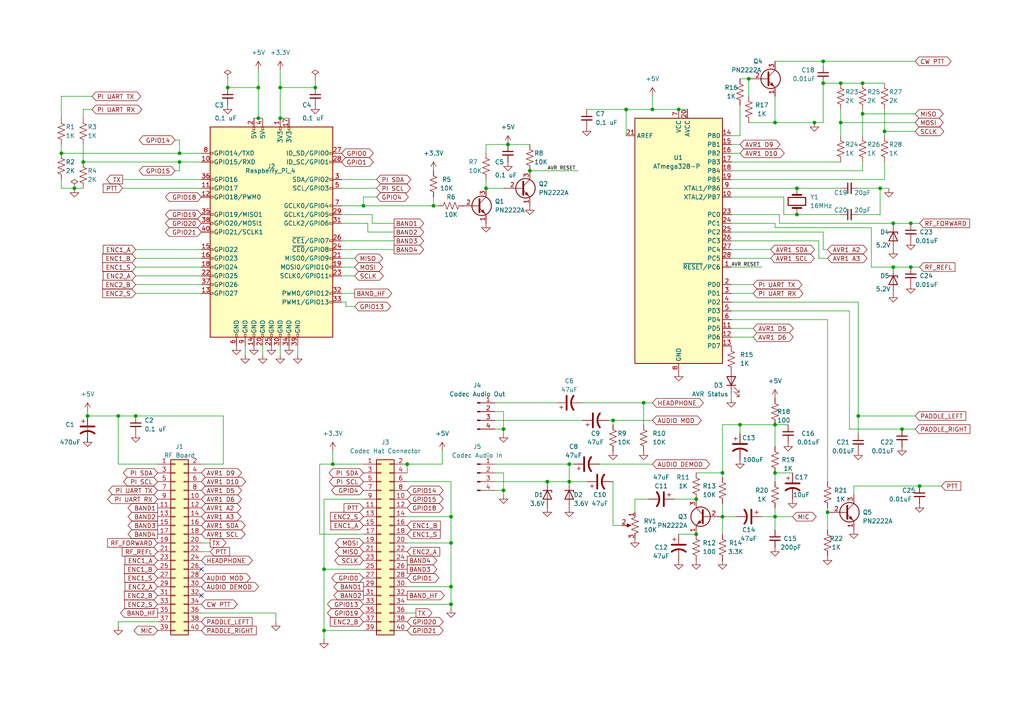
<source format=kicad_sch>
(kicad_sch (version 20230121) (generator eeschema)
  (paper "A4")
  (junction (at 93.98 182.88))
  (junction (at 238.76 24.13))
  (junction (at 250.19 33.02))
  (junction (at 224.79 123.19))
  (junction (at 264.16 64.77))
  (junction (at 256.54 38.1))
  (junction (at 118.11 134.62))
  (junction (at 91.44 25.4))
  (junction (at 130.81 170.18))
  (junction (at 81.28 34.29))
  (junction (at 189.23 31.75))
  (junction (at 243.84 35.56))
  (junction (at 196.85 31.75))
  (junction (at 224.79 149.86))
  (junction (at 259.08 77.47))
  (junction (at 236.22 35.56))
  (junction (at 81.28 25.4))
  (junction (at 264.16 77.47))
  (junction (at 243.84 24.13))
  (junction (at 96.52 134.62))
  (junction (at 125.73 59.69))
  (junction (at 52.07 44.45))
  (junction (at 24.13 46.99))
  (junction (at 39.37 120.65))
  (junction (at 130.81 149.86))
  (junction (at 201.93 144.78))
  (junction (at 261.62 124.46))
  (junction (at 250.19 24.13))
  (junction (at 259.08 64.77))
  (junction (at 153.67 49.53))
  (junction (at 217.17 22.86))
  (junction (at 238.76 17.78))
  (junction (at 255.27 54.61))
  (junction (at 224.79 35.56))
  (junction (at 165.1 139.7))
  (junction (at 209.55 137.16))
  (junction (at 21.59 54.61))
  (junction (at 130.81 157.48))
  (junction (at 158.75 139.7))
  (junction (at 240.03 148.59))
  (junction (at 25.4 120.65))
  (junction (at 181.61 31.75))
  (junction (at 34.29 120.65))
  (junction (at 17.78 44.45))
  (junction (at 147.32 41.91))
  (junction (at 105.41 59.69))
  (junction (at 214.63 123.19))
  (junction (at 177.8 121.92))
  (junction (at 266.7 140.97))
  (junction (at 146.05 142.24))
  (junction (at 52.07 46.99))
  (junction (at 74.93 34.29))
  (junction (at 209.55 149.86))
  (junction (at 146.05 124.46))
  (junction (at 140.97 54.61))
  (junction (at 74.93 25.4))
  (junction (at 130.81 175.26))
  (junction (at 231.14 54.61))
  (junction (at 93.98 165.1))
  (junction (at 248.92 120.65))
  (junction (at 66.04 25.4))
  (junction (at 165.1 134.62))
  (junction (at 186.69 116.84))
  (junction (at 201.93 154.94))
  (junction (at 231.14 62.23))
  (junction (at 224.79 137.16))
  (no_connect (at 58.42 165.1))
  (no_connect (at 58.42 172.72))
  (wire (pts (xy 91.44 22.86) (xy 91.44 25.4)))
  (wire (pts (xy 130.81 157.48) (xy 130.81 170.18)))
  (wire (pts (xy 196.85 154.94) (xy 201.93 154.94)))
  (wire (pts (xy 240.03 147.32) (xy 240.03 148.59)))
  (wire (pts (xy 143.51 124.46) (xy 146.05 124.46)))
  (wire (pts (xy 34.29 134.62) (xy 45.72 134.62)))
  (wire (pts (xy 212.09 64.77) (xy 224.79 64.77)))
  (wire (pts (xy 214.63 123.19) (xy 224.79 123.19)))
  (wire (pts (xy 248.92 120.65) (xy 248.92 125.73)))
  (wire (pts (xy 118.11 139.7) (xy 130.81 139.7)))
  (wire (pts (xy 168.91 116.84) (xy 186.69 116.84)))
  (wire (pts (xy 143.51 121.92) (xy 168.91 121.92)))
  (wire (pts (xy 93.98 182.88) (xy 93.98 185.42)))
  (wire (pts (xy 250.19 31.75) (xy 250.19 33.02)))
  (wire (pts (xy 181.61 31.75) (xy 189.23 31.75)))
  (wire (pts (xy 39.37 80.01) (xy 58.42 80.01)))
  (wire (pts (xy 243.84 35.56) (xy 265.43 35.56)))
  (wire (pts (xy 224.79 137.16) (xy 229.87 137.16)))
  (wire (pts (xy 170.18 31.75) (xy 181.61 31.75)))
  (wire (pts (xy 212.09 49.53) (xy 250.19 49.53)))
  (wire (pts (xy 93.98 165.1) (xy 93.98 182.88)))
  (wire (pts (xy 246.38 124.46) (xy 261.62 124.46)))
  (wire (pts (xy 217.17 22.86) (xy 217.17 27.94)))
  (wire (pts (xy 231.14 62.23) (xy 243.84 62.23)))
  (wire (pts (xy 209.55 123.19) (xy 214.63 123.19)))
  (wire (pts (xy 100.33 87.63) (xy 99.06 87.63)))
  (wire (pts (xy 224.79 147.32) (xy 224.79 149.86)))
  (wire (pts (xy 195.58 144.78) (xy 201.93 144.78)))
  (wire (pts (xy 209.55 146.05) (xy 209.55 149.86)))
  (wire (pts (xy 220.98 149.86) (xy 224.79 149.86)))
  (wire (pts (xy 34.29 120.65) (xy 39.37 120.65)))
  (wire (pts (xy 256.54 38.1) (xy 256.54 39.37)))
  (wire (pts (xy 86.36 100.33) (xy 86.36 102.87)))
  (wire (pts (xy 93.98 144.78) (xy 93.98 165.1)))
  (wire (pts (xy 105.41 57.15) (xy 105.41 59.69)))
  (wire (pts (xy 240.03 92.71) (xy 240.03 139.7)))
  (wire (pts (xy 45.72 180.34) (xy 34.29 180.34)))
  (wire (pts (xy 226.06 64.77) (xy 259.08 64.77)))
  (wire (pts (xy 264.16 64.77) (xy 266.7 64.77)))
  (wire (pts (xy 99.06 54.61) (xy 109.22 54.61)))
  (wire (pts (xy 261.62 124.46) (xy 265.43 124.46)))
  (wire (pts (xy 224.79 137.16) (xy 224.79 139.7)))
  (wire (pts (xy 81.28 20.32) (xy 81.28 25.4)))
  (wire (pts (xy 238.76 67.31) (xy 238.76 72.39)))
  (wire (pts (xy 39.37 82.55) (xy 58.42 82.55)))
  (wire (pts (xy 252.73 77.47) (xy 259.08 77.47)))
  (wire (pts (xy 105.41 59.69) (xy 125.73 59.69)))
  (wire (pts (xy 212.09 72.39) (xy 223.52 72.39)))
  (wire (pts (xy 105.41 154.94) (xy 92.71 154.94)))
  (wire (pts (xy 17.78 41.91) (xy 17.78 44.45)))
  (wire (pts (xy 118.11 175.26) (xy 130.81 175.26)))
  (wire (pts (xy 214.63 123.19) (xy 214.63 125.73)))
  (wire (pts (xy 99.06 64.77) (xy 106.68 64.77)))
  (wire (pts (xy 125.73 59.69) (xy 127 59.69)))
  (wire (pts (xy 250.19 49.53) (xy 250.19 46.99)))
  (wire (pts (xy 118.11 170.18) (xy 130.81 170.18)))
  (wire (pts (xy 17.78 52.07) (xy 17.78 54.61)))
  (wire (pts (xy 248.92 87.63) (xy 212.09 87.63)))
  (wire (pts (xy 212.09 90.17) (xy 246.38 90.17)))
  (wire (pts (xy 238.76 17.78) (xy 238.76 19.05)))
  (wire (pts (xy 128.27 134.62) (xy 118.11 134.62)))
  (wire (pts (xy 146.05 124.46) (xy 146.05 125.73)))
  (wire (pts (xy 196.85 31.75) (xy 199.39 31.75)))
  (wire (pts (xy 26.67 27.94) (xy 17.78 27.94)))
  (wire (pts (xy 25.4 119.38) (xy 25.4 120.65)))
  (wire (pts (xy 165.1 134.62) (xy 165.1 139.7)))
  (wire (pts (xy 189.23 31.75) (xy 196.85 31.75)))
  (wire (pts (xy 24.13 41.91) (xy 24.13 46.99)))
  (wire (pts (xy 246.38 90.17) (xy 246.38 124.46)))
  (wire (pts (xy 247.65 140.97) (xy 247.65 143.51)))
  (wire (pts (xy 106.68 64.77) (xy 106.68 67.31)))
  (wire (pts (xy 212.09 85.09) (xy 218.44 85.09)))
  (wire (pts (xy 92.71 134.62) (xy 92.71 154.94)))
  (wire (pts (xy 227.33 57.15) (xy 227.33 62.23)))
  (wire (pts (xy 181.61 39.37) (xy 181.61 31.75)))
  (wire (pts (xy 130.81 149.86) (xy 130.81 157.48)))
  (wire (pts (xy 184.15 144.78) (xy 184.15 148.59)))
  (wire (pts (xy 187.96 144.78) (xy 184.15 144.78)))
  (wire (pts (xy 66.04 22.86) (xy 66.04 25.4)))
  (wire (pts (xy 177.8 121.92) (xy 189.23 121.92)))
  (wire (pts (xy 186.69 116.84) (xy 189.23 116.84)))
  (wire (pts (xy 106.68 67.31) (xy 114.3 67.31)))
  (wire (pts (xy 237.49 69.85) (xy 237.49 74.93)))
  (wire (pts (xy 102.87 88.9) (xy 100.33 88.9)))
  (wire (pts (xy 71.12 100.33) (xy 71.12 102.87)))
  (wire (pts (xy 74.93 34.29) (xy 76.2 34.29)))
  (wire (pts (xy 50.8 40.64) (xy 52.07 40.64)))
  (wire (pts (xy 255.27 62.23) (xy 248.92 62.23)))
  (wire (pts (xy 74.93 25.4) (xy 74.93 34.29)))
  (wire (pts (xy 255.27 54.61) (xy 257.81 54.61)))
  (wire (pts (xy 143.51 116.84) (xy 161.29 116.84)))
  (wire (pts (xy 238.76 72.39) (xy 240.03 72.39)))
  (wire (pts (xy 238.76 35.56) (xy 236.22 35.56)))
  (wire (pts (xy 125.73 57.15) (xy 125.73 59.69)))
  (wire (pts (xy 224.79 17.78) (xy 238.76 17.78)))
  (wire (pts (xy 52.07 49.53) (xy 52.07 46.99)))
  (wire (pts (xy 212.09 92.71) (xy 240.03 92.71)))
  (wire (pts (xy 118.11 134.62) (xy 118.11 137.16)))
  (wire (pts (xy 99.06 52.07) (xy 109.22 52.07)))
  (wire (pts (xy 252.73 66.04) (xy 252.73 77.47)))
  (wire (pts (xy 52.07 44.45) (xy 58.42 44.45)))
  (wire (pts (xy 140.97 41.91) (xy 140.97 44.45)))
  (wire (pts (xy 243.84 24.13) (xy 250.19 24.13)))
  (wire (pts (xy 214.63 22.86) (xy 217.17 22.86)))
  (wire (pts (xy 165.1 134.62) (xy 166.37 134.62)))
  (wire (pts (xy 52.07 40.64) (xy 52.07 44.45)))
  (wire (pts (xy 212.09 114.3) (xy 212.09 115.57)))
  (wire (pts (xy 99.06 69.85) (xy 114.3 69.85)))
  (wire (pts (xy 99.06 59.69) (xy 105.41 59.69)))
  (wire (pts (xy 58.42 177.8) (xy 80.01 177.8)))
  (wire (pts (xy 99.06 72.39) (xy 114.3 72.39)))
  (wire (pts (xy 266.7 140.97) (xy 247.65 140.97)))
  (wire (pts (xy 250.19 24.13) (xy 256.54 24.13)))
  (wire (pts (xy 140.97 54.61) (xy 146.05 54.61)))
  (wire (pts (xy 60.96 157.48) (xy 58.42 157.48)))
  (wire (pts (xy 118.11 177.8) (xy 120.65 177.8)))
  (wire (pts (xy 39.37 74.93) (xy 58.42 74.93)))
  (wire (pts (xy 76.2 100.33) (xy 76.2 102.87)))
  (wire (pts (xy 140.97 52.07) (xy 140.97 54.61)))
  (wire (pts (xy 224.79 123.19) (xy 224.79 129.54)))
  (wire (pts (xy 176.53 121.92) (xy 177.8 121.92)))
  (wire (pts (xy 73.66 34.29) (xy 74.93 34.29)))
  (wire (pts (xy 143.51 119.38) (xy 146.05 119.38)))
  (wire (pts (xy 21.59 54.61) (xy 24.13 54.61)))
  (wire (pts (xy 243.84 31.75) (xy 243.84 35.56)))
  (wire (pts (xy 212.09 46.99) (xy 243.84 46.99)))
  (wire (pts (xy 212.09 95.25) (xy 218.44 95.25)))
  (wire (pts (xy 201.93 137.16) (xy 209.55 137.16)))
  (wire (pts (xy 52.07 46.99) (xy 58.42 46.99)))
  (wire (pts (xy 212.09 39.37) (xy 214.63 39.37)))
  (wire (pts (xy 128.27 130.81) (xy 128.27 134.62)))
  (wire (pts (xy 100.33 88.9) (xy 100.33 87.63)))
  (wire (pts (xy 50.8 49.53) (xy 52.07 49.53)))
  (wire (pts (xy 224.79 64.77) (xy 224.79 66.04)))
  (wire (pts (xy 227.33 62.23) (xy 231.14 62.23)))
  (wire (pts (xy 231.14 54.61) (xy 243.84 54.61)))
  (wire (pts (xy 81.28 25.4) (xy 81.28 34.29)))
  (wire (pts (xy 34.29 180.34) (xy 34.29 181.61)))
  (wire (pts (xy 259.08 77.47) (xy 264.16 77.47)))
  (wire (pts (xy 256.54 31.75) (xy 256.54 38.1)))
  (wire (pts (xy 266.7 140.97) (xy 273.05 140.97)))
  (wire (pts (xy 35.56 54.61) (xy 58.42 54.61)))
  (wire (pts (xy 39.37 77.47) (xy 58.42 77.47)))
  (wire (pts (xy 212.09 41.91) (xy 214.63 41.91)))
  (wire (pts (xy 212.09 54.61) (xy 231.14 54.61)))
  (wire (pts (xy 248.92 120.65) (xy 248.92 87.63)))
  (wire (pts (xy 143.51 139.7) (xy 158.75 139.7)))
  (wire (pts (xy 236.22 35.56) (xy 224.79 35.56)))
  (wire (pts (xy 143.51 137.16) (xy 146.05 137.16)))
  (wire (pts (xy 212.09 69.85) (xy 237.49 69.85)))
  (wire (pts (xy 224.79 66.04) (xy 252.73 66.04)))
  (wire (pts (xy 64.77 120.65) (xy 64.77 134.62)))
  (wire (pts (xy 214.63 30.48) (xy 214.63 39.37)))
  (wire (pts (xy 99.06 62.23) (xy 107.95 62.23)))
  (wire (pts (xy 212.09 74.93) (xy 223.52 74.93)))
  (wire (pts (xy 255.27 62.23) (xy 255.27 54.61)))
  (wire (pts (xy 92.71 134.62) (xy 96.52 134.62)))
  (wire (pts (xy 212.09 52.07) (xy 256.54 52.07)))
  (wire (pts (xy 173.99 134.62) (xy 189.23 134.62)))
  (wire (pts (xy 105.41 144.78) (xy 93.98 144.78)))
  (wire (pts (xy 74.93 20.32) (xy 74.93 25.4)))
  (wire (pts (xy 96.52 134.62) (xy 105.41 134.62)))
  (wire (pts (xy 147.32 41.91) (xy 140.97 41.91)))
  (wire (pts (xy 209.55 149.86) (xy 213.36 149.86)))
  (wire (pts (xy 158.75 139.7) (xy 165.1 139.7)))
  (wire (pts (xy 80.01 177.8) (xy 80.01 180.34)))
  (wire (pts (xy 238.76 17.78) (xy 265.43 17.78)))
  (wire (pts (xy 265.43 120.65) (xy 248.92 120.65)))
  (wire (pts (xy 224.79 35.56) (xy 217.17 35.56)))
  (wire (pts (xy 39.37 72.39) (xy 58.42 72.39)))
  (wire (pts (xy 146.05 119.38) (xy 146.05 124.46)))
  (wire (pts (xy 212.09 82.55) (xy 218.44 82.55)))
  (wire (pts (xy 248.92 54.61) (xy 255.27 54.61)))
  (wire (pts (xy 212.09 97.79) (xy 218.44 97.79)))
  (wire (pts (xy 146.05 137.16) (xy 146.05 142.24)))
  (wire (pts (xy 64.77 134.62) (xy 58.42 134.62)))
  (wire (pts (xy 35.56 52.07) (xy 58.42 52.07)))
  (wire (pts (xy 25.4 127) (xy 25.4 128.27)))
  (wire (pts (xy 243.84 24.13) (xy 238.76 24.13)))
  (wire (pts (xy 143.51 142.24) (xy 146.05 142.24)))
  (wire (pts (xy 153.67 41.91) (xy 147.32 41.91)))
  (wire (pts (xy 209.55 138.43) (xy 209.55 137.16)))
  (wire (pts (xy 224.79 149.86) (xy 229.87 149.86)))
  (wire (pts (xy 93.98 182.88) (xy 105.41 182.88)))
  (wire (pts (xy 99.06 74.93) (xy 102.87 74.93)))
  (wire (pts (xy 177.8 121.92) (xy 177.8 123.19)))
  (wire (pts (xy 224.79 27.94) (xy 224.79 35.56)))
  (wire (pts (xy 34.29 134.62) (xy 34.29 120.65)))
  (wire (pts (xy 26.67 31.75) (xy 24.13 31.75)))
  (wire (pts (xy 24.13 31.75) (xy 24.13 34.29)))
  (wire (pts (xy 237.49 74.93) (xy 240.03 74.93)))
  (wire (pts (xy 99.06 80.01) (xy 102.87 80.01)))
  (wire (pts (xy 130.81 170.18) (xy 130.81 175.26)))
  (wire (pts (xy 81.28 34.29) (xy 83.82 34.29)))
  (wire (pts (xy 212.09 62.23) (xy 226.06 62.23)))
  (wire (pts (xy 99.06 77.47) (xy 102.87 77.47)))
  (wire (pts (xy 17.78 27.94) (xy 17.78 34.29)))
  (wire (pts (xy 186.69 116.84) (xy 186.69 123.19)))
  (wire (pts (xy 130.81 175.26) (xy 130.81 176.53)))
  (wire (pts (xy 99.06 85.09) (xy 102.87 85.09)))
  (wire (pts (xy 96.52 130.81) (xy 96.52 134.62)))
  (wire (pts (xy 134.62 59.69) (xy 133.35 59.69)))
  (wire (pts (xy 189.23 27.94) (xy 189.23 31.75)))
  (wire (pts (xy 153.67 49.53) (xy 167.64 49.53)))
  (wire (pts (xy 146.05 142.24) (xy 146.05 143.51)))
  (wire (pts (xy 238.76 24.13) (xy 238.76 35.56)))
  (wire (pts (xy 177.8 152.4) (xy 180.34 152.4)))
  (wire (pts (xy 250.19 33.02) (xy 265.43 33.02)))
  (wire (pts (xy 165.1 139.7) (xy 170.18 139.7)))
  (wire (pts (xy 24.13 46.99) (xy 52.07 46.99)))
  (wire (pts (xy 109.22 57.15) (xy 105.41 57.15)))
  (wire (pts (xy 81.28 100.33) (xy 81.28 102.87)))
  (wire (pts (xy 118.11 149.86) (xy 130.81 149.86)))
  (wire (pts (xy 58.42 160.02) (xy 60.96 160.02)))
  (wire (pts (xy 25.4 120.65) (xy 34.29 120.65)))
  (wire (pts (xy 93.98 165.1) (xy 105.41 165.1)))
  (wire (pts (xy 130.81 139.7) (xy 130.81 149.86)))
  (wire (pts (xy 240.03 148.59) (xy 240.03 153.67)))
  (wire (pts (xy 25.4 125.73) (xy 25.4 120.65)))
  (wire (pts (xy 212.09 57.15) (xy 227.33 57.15)))
  (wire (pts (xy 212.09 107.95) (xy 212.09 106.68)))
  (wire (pts (xy 224.79 149.86) (xy 224.79 153.67)))
  (wire (pts (xy 107.95 64.77) (xy 114.3 64.77)))
  (wire (pts (xy 107.95 62.23) (xy 107.95 64.77)))
  (wire (pts (xy 177.8 139.7) (xy 177.8 152.4)))
  (wire (pts (xy 39.37 85.09) (xy 58.42 85.09)))
  (wire (pts (xy 81.28 25.4) (xy 91.44 25.4)))
  (wire (pts (xy 226.06 62.23) (xy 226.06 64.77)))
  (wire (pts (xy 39.37 120.65) (xy 64.77 120.65)))
  (wire (pts (xy 212.09 44.45) (xy 214.63 44.45)))
  (wire (pts (xy 224.79 123.19) (xy 228.6 123.19)))
  (wire (pts (xy 143.51 134.62) (xy 165.1 134.62)))
  (wire (pts (xy 66.04 25.4) (xy 74.93 25.4)))
  (wire (pts (xy 118.11 157.48) (xy 130.81 157.48)))
  (wire (pts (xy 264.16 77.47) (xy 266.7 77.47)))
  (wire (pts (xy 17.78 44.45) (xy 52.07 44.45)))
  (wire (pts (xy 259.08 64.77) (xy 264.16 64.77)))
  (wire (pts (xy 17.78 54.61) (xy 21.59 54.61)))
  (wire (pts (xy 250.19 33.02) (xy 250.19 39.37)))
  (wire (pts (xy 212.09 67.31) (xy 238.76 67.31)))
  (wire (pts (xy 243.84 35.56) (xy 243.84 39.37)))
  (wire (pts (xy 209.55 149.86) (xy 209.55 154.94)))
  (wire (pts (xy 256.54 52.07) (xy 256.54 46.99)))
  (wire (pts (xy 256.54 38.1) (xy 265.43 38.1)))
  (wire (pts (xy 212.09 77.47) (xy 220.98 77.47)))
  (wire (pts (xy 209.55 137.16) (xy 209.55 123.19)))
  (label "AVR RESET" (at 158.75 49.53 0) (effects (font (size 1 1))))
  (label "AVR RESET" (at 212.09 77.47 0) (effects (font (size 1 1))))
  (global_label "PTT" (shape input) (at 35.56 54.61 180) (property "Intersheetrefs" "${INTERSHEET_REFS}" (effects hide)))
  (global_label "PI SDA" (shape bidirectional) (at 109.22 52.07 0) (property "Intersheetrefs" "${INTERSHEET_REFS}" (effects hide)))
  (global_label "AUDIO DEMOD" (shape bidirectional) (at 58.42 170.18 0) (property "Intersheetrefs" "${INTERSHEET_REFS}" (effects hide)))
  (global_label "PADDLE_LEFT" (shape input) (at 58.42 180.34 0) (property "Intersheetrefs" "${INTERSHEET_REFS}" (effects hide)))
  (global_label "GPIO15" (shape bidirectional) (at 50.8 49.53 180) (property "Intersheetrefs" "${INTERSHEET_REFS}" (effects hide)))
  (global_label "GPIO13" (shape bidirectional) (at 105.41 175.26 180) (property "Intersheetrefs" "${INTERSHEET_REFS}" (effects hide)))
  (global_label "BAND2" (shape output) (at 105.41 172.72 180) (property "Intersheetrefs" "${INTERSHEET_REFS}" (effects hide)))
  (global_label "BAND1" (shape output) (at 45.72 147.32 180) (property "Intersheetrefs" "${INTERSHEET_REFS}" (effects hide)))
  (global_label "TX" (shape output) (at 120.65 177.8 0) (property "Intersheetrefs" "${INTERSHEET_REFS}" (effects hide)))
  (global_label "GPIO4" (shape bidirectional) (at 109.22 57.15 0) (property "Intersheetrefs" "${INTERSHEET_REFS}" (effects hide)))
  (global_label "PI SCL" (shape bidirectional) (at 45.72 139.7 180) (property "Intersheetrefs" "${INTERSHEET_REFS}" (effects hide)))
  (global_label "GPIO4" (shape bidirectional) (at 105.41 142.24 180) (property "Intersheetrefs" "${INTERSHEET_REFS}" (effects hide)))
  (global_label "PTT" (shape input) (at 105.41 147.32 180) (property "Intersheetrefs" "${INTERSHEET_REFS}" (effects hide)))
  (global_label "ENC2_S" (shape input) (at 39.37 85.09 180) (property "Intersheetrefs" "${INTERSHEET_REFS}" (effects hide)))
  (global_label "SCLK" (shape bidirectional) (at 102.87 80.01 0) (property "Intersheetrefs" "${INTERSHEET_REFS}" (effects hide)))
  (global_label "BAND_HF" (shape output) (at 45.72 177.8 180) (property "Intersheetrefs" "${INTERSHEET_REFS}" (effects hide)))
  (global_label "ENC2_A" (shape input) (at 45.72 170.18 180) (property "Intersheetrefs" "${INTERSHEET_REFS}" (effects hide)))
  (global_label "MIC" (shape bidirectional) (at 229.87 149.86 0) (property "Intersheetrefs" "${INTERSHEET_REFS}" (effects hide)))
  (global_label "ENC1_A" (shape input) (at 39.37 72.39 180) (property "Intersheetrefs" "${INTERSHEET_REFS}" (effects hide)))
  (global_label "PTT" (shape input) (at 60.96 160.02 0) (property "Intersheetrefs" "${INTERSHEET_REFS}" (effects hide)))
  (global_label "ENC1_A" (shape input) (at 45.72 162.56 180) (property "Intersheetrefs" "${INTERSHEET_REFS}" (effects hide)))
  (global_label "AVR1 D10" (shape bidirectional) (at 58.42 139.7 0) (property "Intersheetrefs" "${INTERSHEET_REFS}" (effects hide)))
  (global_label "AVR1 A3" (shape bidirectional) (at 240.03 74.93 0) (property "Intersheetrefs" "${INTERSHEET_REFS}" (effects hide)))
  (global_label "ENC1_B" (shape input) (at 39.37 74.93 180) (property "Intersheetrefs" "${INTERSHEET_REFS}" (effects hide)))
  (global_label "RF_REFL" (shape input) (at 266.7 77.47 0) (property "Intersheetrefs" "${INTERSHEET_REFS}" (effects hide)))
  (global_label "GPIO20" (shape bidirectional) (at 118.11 180.34 0) (property "Intersheetrefs" "${INTERSHEET_REFS}" (effects hide)))
  (global_label "BAND_HF" (shape output) (at 102.87 85.09 0) (property "Intersheetrefs" "${INTERSHEET_REFS}" (effects hide)))
  (global_label "PI SCL" (shape bidirectional) (at 109.22 54.61 0) (property "Intersheetrefs" "${INTERSHEET_REFS}" (effects hide)))
  (global_label "AVR1 D9" (shape bidirectional) (at 58.42 137.16 0) (property "Intersheetrefs" "${INTERSHEET_REFS}" (effects hide)))
  (global_label "BAND3" (shape output) (at 114.3 69.85 0) (property "Intersheetrefs" "${INTERSHEET_REFS}" (effects hide)))
  (global_label "GPIO15" (shape bidirectional) (at 118.11 144.78 0) (property "Intersheetrefs" "${INTERSHEET_REFS}" (effects hide)))
  (global_label "MISO" (shape bidirectional) (at 105.41 160.02 180) (property "Intersheetrefs" "${INTERSHEET_REFS}" (effects hide)))
  (global_label "AUDIO DEMOD" (shape bidirectional) (at 189.23 134.62 0) (property "Intersheetrefs" "${INTERSHEET_REFS}" (effects hide)))
  (global_label "RF_FORWARD" (shape input) (at 45.72 157.48 180) (property "Intersheetrefs" "${INTERSHEET_REFS}" (effects hide)))
  (global_label "HEADPHONE" (shape bidirectional) (at 58.42 162.56 0) (property "Intersheetrefs" "${INTERSHEET_REFS}" (effects hide)))
  (global_label "ENC2_B" (shape input) (at 105.41 180.34 180) (property "Intersheetrefs" "${INTERSHEET_REFS}" (effects hide)))
  (global_label "ENC1_S" (shape input) (at 45.72 167.64 180) (property "Intersheetrefs" "${INTERSHEET_REFS}" (effects hide)))
  (global_label "ENC2_A" (shape input) (at 118.11 160.02 0) (property "Intersheetrefs" "${INTERSHEET_REFS}" (effects hide)))
  (global_label "GPIO19" (shape bidirectional) (at 105.41 177.8 180) (property "Intersheetrefs" "${INTERSHEET_REFS}" (effects hide)))
  (global_label "GPIO21" (shape bidirectional) (at 58.42 67.31 180) (property "Intersheetrefs" "${INTERSHEET_REFS}" (effects hide)))
  (global_label "GPIO14" (shape bidirectional) (at 118.11 142.24 0) (property "Intersheetrefs" "${INTERSHEET_REFS}" (effects hide)))
  (global_label "PI UART RX" (shape bidirectional) (at 218.44 85.09 0) (property "Intersheetrefs" "${INTERSHEET_REFS}" (effects hide)))
  (global_label "ENC1_B" (shape input) (at 118.11 152.4 0) (property "Intersheetrefs" "${INTERSHEET_REFS}" (effects hide)))
  (global_label "BAND1" (shape output) (at 105.41 170.18 180) (property "Intersheetrefs" "${INTERSHEET_REFS}" (effects hide)))
  (global_label "GPIO13" (shape bidirectional) (at 102.87 88.9 0) (property "Intersheetrefs" "${INTERSHEET_REFS}" (effects hide)))
  (global_label "GPIO14" (shape bidirectional) (at 50.8 40.64 180) (property "Intersheetrefs" "${INTERSHEET_REFS}" (effects hide)))
  (global_label "ENC2_A" (shape input) (at 39.37 80.01 180) (property "Intersheetrefs" "${INTERSHEET_REFS}" (effects hide)))
  (global_label "PI UART TX" (shape bidirectional) (at 218.44 82.55 0) (property "Intersheetrefs" "${INTERSHEET_REFS}" (effects hide)))
  (global_label "TX" (shape output) (at 35.56 52.07 180) (property "Intersheetrefs" "${INTERSHEET_REFS}" (effects hide)))
  (global_label "PADDLE_RIGHT" (shape input) (at 265.43 124.46 0) (property "Intersheetrefs" "${INTERSHEET_REFS}" (effects hide)))
  (global_label "BAND2" (shape output) (at 114.3 67.31 0) (property "Intersheetrefs" "${INTERSHEET_REFS}" (effects hide)))
  (global_label "PI SDA" (shape bidirectional) (at 45.72 137.16 180) (property "Intersheetrefs" "${INTERSHEET_REFS}" (effects hide)))
  (global_label "CW PTT" (shape bidirectional) (at 58.42 175.26 0) (property "Intersheetrefs" "${INTERSHEET_REFS}" (effects hide)))
  (global_label "HEADPHONE" (shape bidirectional) (at 189.23 116.84 0) (property "Intersheetrefs" "${INTERSHEET_REFS}" (effects hide)))
  (global_label "BAND4" (shape output) (at 118.11 162.56 0) (property "Intersheetrefs" "${INTERSHEET_REFS}" (effects hide)))
  (global_label "AVR1 SDA" (shape bidirectional) (at 223.52 72.39 0) (property "Intersheetrefs" "${INTERSHEET_REFS}" (effects hide)))
  (global_label "ENC1_A" (shape input) (at 105.41 152.4 180) (property "Intersheetrefs" "${INTERSHEET_REFS}" (effects hide)))
  (global_label "SCLK" (shape bidirectional) (at 265.43 38.1 0) (property "Intersheetrefs" "${INTERSHEET_REFS}" (effects hide)))
  (global_label "ENC2_S" (shape input) (at 105.41 149.86 180) (property "Intersheetrefs" "${INTERSHEET_REFS}" (effects hide)))
  (global_label "PI UART RX" (shape bidirectional) (at 26.67 31.75 0) (property "Intersheetrefs" "${INTERSHEET_REFS}" (effects hide)))
  (global_label "TX" (shape output) (at 60.96 157.48 0) (property "Intersheetrefs" "${INTERSHEET_REFS}" (effects hide)))
  (global_label "BAND3" (shape output) (at 45.72 152.4 180) (property "Intersheetrefs" "${INTERSHEET_REFS}" (effects hide)))
  (global_label "ENC1_B" (shape input) (at 45.72 165.1 180) (property "Intersheetrefs" "${INTERSHEET_REFS}" (effects hide)))
  (global_label "ENC2_B" (shape input) (at 45.72 172.72 180) (property "Intersheetrefs" "${INTERSHEET_REFS}" (effects hide)))
  (global_label "AVR1 D5" (shape bidirectional) (at 58.42 142.24 0) (property "Intersheetrefs" "${INTERSHEET_REFS}" (effects hide)))
  (global_label "PADDLE_LEFT" (shape input) (at 265.43 120.65 0) (property "Intersheetrefs" "${INTERSHEET_REFS}" (effects hide)))
  (global_label "PADDLE_RIGHT" (shape input) (at 58.42 182.88 0) (property "Intersheetrefs" "${INTERSHEET_REFS}" (effects hide)))
  (global_label "BAND1" (shape output) (at 114.3 64.77 0) (property "Intersheetrefs" "${INTERSHEET_REFS}" (effects hide)))
  (global_label "GPIO18" (shape bidirectional) (at 58.42 57.15 180) (property "Intersheetrefs" "${INTERSHEET_REFS}" (effects hide)))
  (global_label "AVR1 SDA" (shape bidirectional) (at 58.42 152.4 0) (property "Intersheetrefs" "${INTERSHEET_REFS}" (effects hide)))
  (global_label "RF_FORWARD" (shape input) (at 266.7 64.77 0) (property "Intersheetrefs" "${INTERSHEET_REFS}" (effects hide)))
  (global_label "AUDIO MOD" (shape bidirectional) (at 189.23 121.92 0) (property "Intersheetrefs" "${INTERSHEET_REFS}" (effects hide)))
  (global_label "RF_REFL" (shape input) (at 45.72 160.02 180) (property "Intersheetrefs" "${INTERSHEET_REFS}" (effects hide)))
  (global_label "PTT" (shape input) (at 273.05 140.97 0) (property "Intersheetrefs" "${INTERSHEET_REFS}" (effects hide)))
  (global_label "SCLK" (shape bidirectional) (at 105.41 162.56 180) (property "Intersheetrefs" "${INTERSHEET_REFS}" (effects hide)))
  (global_label "MISO" (shape bidirectional) (at 102.87 74.93 0) (property "Intersheetrefs" "${INTERSHEET_REFS}" (effects hide)))
  (global_label "GPIO19" (shape bidirectional) (at 58.42 62.23 180) (property "Intersheetrefs" "${INTERSHEET_REFS}" (effects hide)))
  (global_label "GPIO18" (shape bidirectional) (at 118.11 147.32 0) (property "Intersheetrefs" "${INTERSHEET_REFS}" (effects hide)))
  (global_label "MISO" (shape bidirectional) (at 265.43 33.02 0) (property "Intersheetrefs" "${INTERSHEET_REFS}" (effects hide)))
  (global_label "GPIO0" (shape bidirectional) (at 99.06 44.45 0) (property "Intersheetrefs" "${INTERSHEET_REFS}" (effects hide)))
  (global_label "PI SCL" (shape bidirectional) (at 105.41 139.7 180) (property "Intersheetrefs" "${INTERSHEET_REFS}" (effects hide)))
  (global_label "MIC" (shape bidirectional) (at 45.72 182.88 180) (property "Intersheetrefs" "${INTERSHEET_REFS}" (effects hide)))
  (global_label "BAND2" (shape output) (at 45.72 149.86 180) (property "Intersheetrefs" "${INTERSHEET_REFS}" (effects hide)))
  (global_label "AVR1 SCL" (shape bidirectional) (at 223.52 74.93 0) (property "Intersheetrefs" "${INTERSHEET_REFS}" (effects hide)))
  (global_label "PI UART TX" (shape bidirectional) (at 45.72 142.24 180) (property "Intersheetrefs" "${INTERSHEET_REFS}" (effects hide)))
  (global_label "CW PTT" (shape bidirectional) (at 265.43 17.78 0) (property "Intersheetrefs" "${INTERSHEET_REFS}" (effects hide)))
  (global_label "GPIO21" (shape bidirectional) (at 118.11 182.88 0) (property "Intersheetrefs" "${INTERSHEET_REFS}" (effects hide)))
  (global_label "MOSI" (shape bidirectional) (at 265.43 35.56 0) (property "Intersheetrefs" "${INTERSHEET_REFS}" (effects hide)))
  (global_label "AVR1 D6" (shape bidirectional) (at 218.44 97.79 0) (property "Intersheetrefs" "${INTERSHEET_REFS}" (effects hide)))
  (global_label "AVR1 D5" (shape bidirectional) (at 218.44 95.25 0) (property "Intersheetrefs" "${INTERSHEET_REFS}" (effects hide)))
  (global_label "AVR1 A2" (shape bidirectional) (at 240.03 72.39 0) (property "Intersheetrefs" "${INTERSHEET_REFS}" (effects hide)))
  (global_label "PI SDA" (shape bidirectional) (at 105.41 137.16 180) (property "Intersheetrefs" "${INTERSHEET_REFS}" (effects hide)))
  (global_label "ENC1_S" (shape input) (at 118.11 154.94 0) (property "Intersheetrefs" "${INTERSHEET_REFS}" (effects hide)))
  (global_label "AVR1 D10" (shape bidirectional) (at 214.63 44.45 0) (property "Intersheetrefs" "${INTERSHEET_REFS}" (effects hide)))
  (global_label "ENC2_B" (shape input) (at 39.37 82.55 180) (property "Intersheetrefs" "${INTERSHEET_REFS}" (effects hide)))
  (global_label "ENC2_S" (shape input) (at 45.72 175.26 180) (property "Intersheetrefs" "${INTERSHEET_REFS}" (effects hide)))
  (global_label "GPIO20" (shape bidirectional) (at 58.42 64.77 180) (property "Intersheetrefs" "${INTERSHEET_REFS}" (effects hide)))
  (global_label "BAND_HF" (shape output) (at 118.11 172.72 0) (property "Intersheetrefs" "${INTERSHEET_REFS}" (effects hide)))
  (global_label "BAND4" (shape output) (at 114.3 72.39 0) (property "Intersheetrefs" "${INTERSHEET_REFS}" (effects hide)))
  (global_label "GPIO0" (shape bidirectional) (at 105.41 167.64 180) (property "Intersheetrefs" "${INTERSHEET_REFS}" (effects hide)))
  (global_label "MOSI" (shape bidirectional) (at 105.41 157.48 180) (property "Intersheetrefs" "${INTERSHEET_REFS}" (effects hide)))
  (global_label "GPIO1" (shape bidirectional) (at 99.06 46.99 0) (property "Intersheetrefs" "${INTERSHEET_REFS}" (effects hide)))
  (global_label "ENC1_S" (shape input) (at 39.37 77.47 180) (property "Intersheetrefs" "${INTERSHEET_REFS}" (effects hide)))
  (global_label "PI UART RX" (shape bidirectional) (at 45.72 144.78 180) (property "Intersheetrefs" "${INTERSHEET_REFS}" (effects hide)))
  (global_label "BAND3" (shape output) (at 118.11 165.1 0) (property "Intersheetrefs" "${INTERSHEET_REFS}" (effects hide)))
  (global_label "MOSI" (shape bidirectional) (at 102.87 77.47 0) (property "Intersheetrefs" "${INTERSHEET_REFS}" (effects hide)))
  (global_label "AVR1 D6" (shape bidirectional) (at 58.42 144.78 0) (property "Intersheetrefs" "${INTERSHEET_REFS}" (effects hide)))
  (global_label "BAND4" (shape output) (at 45.72 154.94 180) (property "Intersheetrefs" "${INTERSHEET_REFS}" (effects hide)))
  (global_label "AUDIO MOD" (shape bidirectional) (at 58.42 167.64 0) (property "Intersheetrefs" "${INTERSHEET_REFS}" (effects hide)))
  (global_label "PI UART TX" (shape bidirectional) (at 26.67 27.94 0) (property "Intersheetrefs" "${INTERSHEET_REFS}" (effects hide)))
  (global_label "GPIO1" (shape bidirectional) (at 118.11 167.64 0) (property "Intersheetrefs" "${INTERSHEET_REFS}" (effects hide)))
  (global_label "AVR1 A2" (shape bidirectional) (at 58.42 147.32 0) (property "Intersheetrefs" "${INTERSHEET_REFS}" (effects hide)))
  (global_label "AVR1 SCL" (shape bidirectional) (at 58.42 154.94 0) (property "Intersheetrefs" "${INTERSHEET_REFS}" (effects hide)))
  (global_label "AVR1 A3" (shape bidirectional) (at 58.42 149.86 0) (property "Intersheetrefs" "${INTERSHEET_REFS}" (effects hide)))
  (global_label "AVR1 D9" (shape bidirectional) (at 214.63 41.91 0) (property "Intersheetrefs" "${INTERSHEET_REFS}" (effects hide)))
  (symbol (lib_id "power:PWR_FLAG") (at 66.04 22.86 0) (unit 1)
    (property "Reference" "#FLG02" (effects hide))
    (property "Value" "PWR_FLAG" (effects hide))
  )
  (symbol (lib_id "power:GND") (at 196.85 162.56 0) (unit 1)
    (property "Reference" "#GND030" (effects hide))
    (property "Value" "GND" (effects hide))
  )
  (symbol (lib_id "Device:R_US") (at 209.55 158.75 180) (unit 1)
    (property "Reference" "R14" (at 213.36 157.48 0))
    (property "Value" "3.3K" (at 213.36 160.02 0))
    (property "Footprint" "Resistor_THT:R_Axial_DIN0204_L3.6mm_D1.6mm_P5.08mm_Vertical" (effects hide))
  )
  (symbol (lib_id "power:GND") (at 209.55 162.56 0) (unit 1)
    (property "Reference" "#GND032" (effects hide))
    (property "Value" "GND" (effects hide))
  )
  (symbol (lib_id "power:GND") (at 21.59 54.61 0) (unit 1)
    (property "Reference" "#GND01" (effects hide))
    (property "Value" "GND" (effects hide))
  )
  (symbol (lib_id "power:GND") (at 165.1 147.32 0) (unit 1)
    (property "Reference" "#GND024" (effects hide))
    (property "Value" "GND" (effects hide))
  )
  (symbol (lib_id "Device:C_Polarized_US") (at 191.77 144.78 270) (unit 1)
    (property "Reference" "C11" (at 191.77 140.97 90))
    (property "Value" "47uF" (at 191.77 138.43 90))
    (property "Footprint" "Capacitor_THT:CP_Radial_D7.5mm_P2.50mm" (effects hide))
  )
  (symbol (lib_id "Device:R_US") (at 212.09 104.14 0) (unit 1)
    (property "Reference" "R15" (at 214.63 102.8699 0) (effects (justify left)))
    (property "Value" "1K" (at 214.63 105.4099 0) (effects (justify left)))
    (property "Footprint" "Resistor_THT:R_Axial_DIN0204_L3.6mm_D1.6mm_P5.08mm_Vertical" (effects hide))
  )
  (symbol (lib_id "Device:C_Small") (at 248.92 128.27 0) (unit 1)
    (property "Reference" "C21" (at 242.57 128.27 0) (effects (justify left)))
    (property "Value" "0.01uF" (at 241.3 130.81 0) (effects (justify left)))
    (property "Footprint" "Capacitor_THT:C_Disc_D4.7mm_W2.5mm_P5.00mm" (effects hide))
  )
  (symbol (lib_id "power:GND") (at 130.81 176.53 0) (unit 1)
    (property "Reference" "#GND017" (effects hide))
    (property "Value" "GND" (effects hide))
  )
  (symbol (lib_id "power:GND") (at 248.92 130.81 0) (unit 1)
    (property "Reference" "#GND041" (effects hide))
    (property "Value" "GND" (effects hide))
  )
  (symbol (lib_id "Device:C_Small") (at 266.7 143.51 0) (unit 1)
    (property "Reference" "C25" (at 261.62 142.24 0) (effects (justify left)))
    (property "Value" "0.01uF" (at 257.81 144.78 0) (effects (justify left)))
    (property "Footprint" "Capacitor_THT:C_Disc_D4.7mm_W2.5mm_P5.00mm" (effects hide))
  )
  (symbol (lib_id "power:GND") (at 170.18 36.83 0) (unit 1)
    (property "Reference" "#GND025" (effects hide))
    (property "Value" "GND" (effects hide))
  )
  (symbol (lib_id "Device:R_US") (at 201.93 158.75 180) (unit 1)
    (property "Reference" "R12" (at 205.74 157.48 0))
    (property "Value" "100" (at 205.74 160.02 0))
    (property "Footprint" "Resistor_THT:R_Axial_DIN0204_L3.6mm_D1.6mm_P5.08mm_Vertical" (effects hide))
  )
  (symbol (lib_id "power:PWR_FLAG") (at 21.59 54.61 0) (unit 1)
    (property "Reference" "#FLG01" (effects hide))
    (property "Value" "PWR_FLAG" (effects hide))
  )
  (symbol (lib_id "Device:C_Small") (at 246.38 62.23 90) (mirror x) (unit 1)
    (property "Reference" "C20" (at 243.84 60.96 90))
    (property "Value" "20pF" (at 250.19 60.96 90))
    (property "Footprint" "Capacitor_THT:C_Disc_D4.7mm_W2.5mm_P5.00mm" (effects hide))
  )
  (symbol (lib_id "power:GND") (at 261.62 129.54 0) (unit 1)
    (property "Reference" "#GND045" (effects hide))
    (property "Value" "GND" (effects hide))
  )
  (symbol (lib_id "power:GND") (at 76.2 102.87 0) (unit 1)
    (property "Reference" "#GND09" (effects hide))
    (property "Value" "GND" (effects hide))
  )
  (symbol (lib_id "power:GND") (at 177.8 130.81 0) (unit 1)
    (property "Reference" "#GND026" (effects hide))
    (property "Value" "GND" (effects hide))
  )
  (symbol (lib_id "power:+5V") (at 189.23 27.94 0) (unit 1)
    (property "Reference" "#PWR08" (effects hide))
    (property "Value" "+5V" (at 189.23 22.86 0))
  )
  (symbol (lib_id "power:GND") (at 259.08 72.39 0) (unit 1)
    (property "Reference" "#GND043" (effects hide))
    (property "Value" "GND" (effects hide))
  )
  (symbol (lib_id "Device:C_Small") (at 39.37 123.19 0) (unit 1)
    (property "Reference" "C2" (at 41.91 121.92 0) (effects (justify left)))
    (property "Value" "0.1 uF" (at 41.91 124.46 0) (effects (justify left)))
    (property "Footprint" "Capacitor_THT:C_Disc_D4.7mm_W2.5mm_P5.00mm" (effects hide))
  )
  (symbol (lib_id "Transistor_BJT:PN2222A") (at 245.11 148.59 0) (unit 1)
    (property "Reference" "Q5" (at 250.19 148.59 0) (effects (justify left)))
    (property "Value" "PN2222A" (at 250.19 151.13 0) (effects (justify left)))
    (property "Footprint" "Package_TO_SOT_THT:TO-92_Inline" (effects hide))
    (property "Datasheet" "https://www.onsemi.com/pub/Collateral/PN2222-D.PDF" (effects hide))
  )
  (symbol (lib_id "Device:R_US") (at 17.78 48.26 0) (unit 1)
    (property "Reference" "R2" (at 19.05 46.99 0) (effects (justify left)))
    (property "Value" "2K" (at 19.05 49.53 0) (effects (justify left)))
    (property "Footprint" "Resistor_THT:R_Axial_DIN0204_L3.6mm_D1.6mm_P5.08mm_Vertical" (effects hide))
  )
  (symbol (lib_id "Device:R_US") (at 186.69 127 0) (unit 1)
    (property "Reference" "R10" (at 189.23 125.7299 0) (effects (justify left)))
    (property "Value" "10K" (at 189.23 128.2699 0) (effects (justify left)))
    (property "Footprint" "Resistor_THT:R_Axial_DIN0204_L3.6mm_D1.6mm_P5.08mm_Vertical" (effects hide))
  )
  (symbol (lib_id "power:GND") (at 212.09 115.57 0) (unit 1)
    (property "Reference" "#GND033" (effects hide))
    (property "Value" "GND" (effects hide))
  )
  (symbol (lib_id "Device:R_US") (at 201.93 140.97 180) (unit 1)
    (property "Reference" "R11" (at 198.12 138.43 0))
    (property "Value" "1K" (at 198.12 140.97 0))
    (property "Footprint" "Resistor_THT:R_Axial_DIN0204_L3.6mm_D1.6mm_P5.08mm_Vertical" (effects hide))
  )
  (symbol (lib_id "power:GND") (at 266.7 146.05 0) (unit 1)
    (property "Reference" "#GND048" (effects hide))
    (property "Value" "GND" (effects hide))
  )
  (symbol (lib_id "Device:C_Polarized_US") (at 172.72 121.92 90) (unit 1)
    (property "Reference" "C9" (at 172.72 125.73 90))
    (property "Value" "47uF" (at 172.72 128.27 90))
    (property "Footprint" "Capacitor_THT:CP_Radial_D7.5mm_P2.50mm" (effects hide))
  )
  (symbol (lib_id "power:GND") (at 93.98 185.42 0) (unit 1)
    (property "Reference" "#GND016" (effects hide))
    (property "Value" "GND" (effects hide))
  )
  (symbol (lib_id "Transistor_BJT:PN2222A") (at 151.13 54.61 0) (unit 1)
    (property "Reference" "Q2" (at 156.21 53.3399 0) (effects (justify left)))
    (property "Value" "PN2222A" (at 156.21 55.8799 0) (effects (justify left)))
    (property "Footprint" "Package_TO_SOT_THT:TO-92_Inline" (effects hide))
    (property "Datasheet" "https://www.onsemi.com/pub/Collateral/PN2222-D.PDF" (effects hide))
  )
  (symbol (lib_id "Device:R_US") (at 125.73 53.34 0) (unit 1)
    (property "Reference" "R5" (at 129.54 52.07 0))
    (property "Value" "10K" (at 129.54 54.61 0))
    (property "Footprint" "Resistor_THT:R_Axial_DIN0204_L3.6mm_D1.6mm_P5.08mm_Vertical" (effects hide))
  )
  (symbol (lib_id "power:GND") (at 186.69 130.81 0) (unit 1)
    (property "Reference" "#GND028" (effects hide))
    (property "Value" "GND" (effects hide))
  )
  (symbol (lib_id "power:+3.3V") (at 81.28 20.32 0) (unit 1)
    (property "Reference" "#PWR03" (effects hide))
    (property "Value" "+3.3V" (at 81.28 15.24 0))
  )
  (symbol (lib_id "power:GND") (at 158.75 147.32 0) (unit 1)
    (property "Reference" "#GND023" (effects hide))
    (property "Value" "GND" (effects hide))
  )
  (symbol (lib_id "Device:C_Small") (at 228.6 125.73 0) (unit 1)
    (property "Reference" "C16" (at 232.41 125.73 0) (effects (justify left)))
    (property "Value" "0.01uF" (at 231.14 128.27 0) (effects (justify left)))
    (property "Footprint" "Capacitor_THT:C_Disc_D4.7mm_W2.5mm_P5.00mm" (effects hide))
  )
  (symbol (lib_id "power:+5V") (at 25.4 119.38 0) (mirror y) (unit 1)
    (property "Reference" "#PWR01" (effects hide))
    (property "Value" "+5V" (at 25.4 114.3 0))
  )
  (symbol (lib_id "Device:R_US") (at 214.63 26.67 180) (unit 1)
    (property "Reference" "R16" (at 212.09 25.4 0))
    (property "Value" "1K" (at 212.09 27.94 0))
    (property "Footprint" "Resistor_THT:R_Axial_DIN0204_L3.6mm_D1.6mm_P5.08mm_Vertical" (effects hide))
  )
  (symbol (lib_id "power:GND") (at 83.82 100.33 0) (unit 1)
    (property "Reference" "#GND013" (effects hide))
    (property "Value" "GND" (effects hide))
  )
  (symbol (lib_id "power:GND") (at 34.29 181.61 0) (mirror y) (unit 1)
    (property "Reference" "#GND03" (effects hide))
    (property "Value" "GND" (effects hide))
  )
  (symbol (lib_id "Device:R_US") (at 177.8 127 0) (unit 1)
    (property "Reference" "R9" (at 179.07 125.73 0) (effects (justify left)))
    (property "Value" "10K" (at 179.07 128.27 0) (effects (justify left)))
    (property "Footprint" "Resistor_THT:R_Axial_DIN0204_L3.6mm_D1.6mm_P5.08mm_Vertical" (effects hide))
  )
  (symbol (lib_id "Connector:Raspberry_Pi_2_3") (at 78.74 67.31 0) (unit 1)
    (property "Reference" "J2" (at 77.47 48.26 0) (effects (justify left)))
    (property "Value" "Raspberry_Pi_4" (at 71.12 49.53 0) (effects (justify left)))
    (property "Footprint" "Connector_PinSocket_2.54mm:PinSocket_2x20_P2.54mm_Vertical" (effects hide))
    (property "Datasheet" "https://www.raspberrypi.org/documentation/hardware/raspberrypi/schematics/rpi_SCH_3bplus_1p0_reduced.pdf" (effects hide))
  )
  (symbol (lib_id "Device:C_Small") (at 170.18 34.29 0) (unit 1)
    (property "Reference" "C7" (at 172.72 33.0262 0) (effects (justify left)))
    (property "Value" "0.1 uF" (at 172.72 35.5662 0) (effects (justify left)))
    (property "Footprint" "Capacitor_THT:C_Disc_D4.7mm_W2.5mm_P5.00mm" (effects hide))
  )
  (symbol (lib_id "Device:R_US") (at 250.19 27.94 0) (unit 1)
    (property "Reference" "R25" (at 251.46 26.67 0) (effects (justify left)))
    (property "Value" "2K" (at 251.46 29.21 0) (effects (justify left)))
    (property "Footprint" "Resistor_THT:R_Axial_DIN0204_L3.6mm_D1.6mm_P5.08mm_Vertical" (effects hide))
  )
  (symbol (lib_id "power:GND") (at 214.63 133.35 0) (unit 1)
    (property "Reference" "#GND034" (effects hide))
    (property "Value" "GND" (effects hide))
  )
  (symbol (lib_id "power:+5V") (at 128.27 130.81 0) (unit 1)
    (property "Reference" "#PWR06" (effects hide))
    (property "Value" "+5V" (at 128.27 125.73 0))
  )
  (symbol (lib_id "power:+5V") (at 147.32 41.91 0) (unit 1)
    (property "Reference" "#PWR07" (effects hide))
    (property "Value" "+5V" (at 147.32 36.83 0))
  )
  (symbol (lib_id "Device:C_Polarized_US") (at 196.85 158.75 0) (unit 1)
    (property "Reference" "C12" (at 191.77 158.75 0))
    (property "Value" "47uF" (at 191.77 161.29 0))
    (property "Footprint" "Capacitor_THT:CP_Radial_D7.5mm_P2.50mm" (effects hide))
  )
  (symbol (lib_id "Device:R_US") (at 243.84 27.94 0) (unit 1)
    (property "Reference" "R23" (at 245.11 26.67 0) (effects (justify left)))
    (property "Value" "2K" (at 245.11 29.21 0) (effects (justify left)))
    (property "Footprint" "Resistor_THT:R_Axial_DIN0204_L3.6mm_D1.6mm_P5.08mm_Vertical" (effects hide))
  )
  (symbol (lib_id "power:GND") (at 224.79 158.75 0) (unit 1)
    (property "Reference" "#GND035" (effects hide))
    (property "Value" "GND" (effects hide))
  )
  (symbol (lib_id "power:GND") (at 73.66 100.33 0) (unit 1)
    (property "Reference" "#GND08" (effects hide))
    (property "Value" "GND" (effects hide))
  )
  (symbol (lib_id "Connector:Conn_01x04_Pin") (at 138.43 119.38 0) (unit 1)
    (property "Reference" "J4" (at 138.43 111.76 0))
    (property "Value" "Codec Audio Out" (at 138.43 114.3 0))
    (property "Footprint" "Connector_PinHeader_2.54mm:PinHeader_1x04_P2.54mm_Vertical" (effects hide))
  )
  (symbol (lib_id "Device:R_US") (at 243.84 43.18 0) (unit 1)
    (property "Reference" "R24" (at 245.11 41.91 0) (effects (justify left)))
    (property "Value" "1K" (at 245.11 44.45 0) (effects (justify left)))
    (property "Footprint" "Resistor_THT:R_Axial_DIN0204_L3.6mm_D1.6mm_P5.08mm_Vertical" (effects hide))
  )
  (symbol (lib_id "power:GND") (at 80.01 180.34 0) (unit 1)
    (property "Reference" "#GND011" (effects hide))
    (property "Value" "GND" (effects hide))
  )
  (symbol (lib_id "Device:D_Zener") (at 165.1 143.51 270) (unit 1)
    (property "Reference" "D2" (at 166.37 143.51 90) (effects (justify left)))
    (property "Value" "3.6V" (at 166.37 146.05 90) (effects (justify left)))
    (property "Footprint" "Diode_THT:D_DO-201AD_P12.70mm_Horizontal" (effects hide))
  )
  (symbol (lib_id "Device:R_US") (at 240.03 143.51 180) (unit 1)
    (property "Reference" "R21" (at 243.84 142.24 0))
    (property "Value" "1K" (at 243.84 144.78 0))
    (property "Footprint" "Resistor_THT:R_Axial_DIN0204_L3.6mm_D1.6mm_P5.08mm_Vertical" (effects hide))
  )
  (symbol (lib_id "Device:C_Polarized_US") (at 229.87 140.97 0) (unit 1)
    (property "Reference" "C17" (at 232.41 138.43 0))
    (property "Value" "10uF" (at 232.41 143.51 0))
    (property "Footprint" "Capacitor_THT:CP_Radial_D7.5mm_P2.50mm" (effects hide))
  )
  (symbol (lib_id "Device:C_Polarized_US") (at 165.1 116.84 90) (unit 1)
    (property "Reference" "C6" (at 165.1 110.49 90))
    (property "Value" "47uF" (at 165.1 113.03 90))
    (property "Footprint" "Capacitor_THT:CP_Radial_D7.5mm_P2.50mm" (effects hide))
  )
  (symbol (lib_id "Transistor_BJT:PN2222A") (at 138.43 59.69 0) (unit 1)
    (property "Reference" "Q1" (at 143.51 58.4199 0) (effects (justify left)))
    (property "Value" "PN2222A" (at 143.51 60.9599 0) (effects (justify left)))
    (property "Footprint" "Package_TO_SOT_THT:TO-92_Inline" (effects hide))
    (property "Datasheet" "https://www.onsemi.com/pub/Collateral/PN2222-D.PDF" (effects hide))
  )
  (symbol (lib_id "Transistor_BJT:PN2222A") (at 204.47 149.86 0) (mirror y) (unit 1)
    (property "Reference" "Q3" (at 199.39 149.86 0) (effects (justify left)))
    (property "Value" "PN2222A" (at 199.39 152.4 0) (effects (justify left)))
    (property "Footprint" "Package_TO_SOT_THT:TO-92_Inline" (effects hide))
    (property "Datasheet" "https://www.onsemi.com/pub/Collateral/PN2222-D.PDF" (effects hide))
  )
  (symbol (lib_id "power:GND") (at 264.16 69.85 0) (unit 1)
    (property "Reference" "#GND046" (effects hide))
    (property "Value" "GND" (effects hide))
  )
  (symbol (lib_id "power:+5V") (at 224.79 115.57 0) (unit 1)
    (property "Reference" "#PWR09" (effects hide))
    (property "Value" "+5V" (at 224.79 110.49 0))
  )
  (symbol (lib_id "Device:Crystal") (at 231.14 58.42 270) (unit 1)
    (property "Reference" "Y1" (at 234.95 57.1499 90) (effects (justify left)))
    (property "Value" "16MHz" (at 234.95 59.6899 90) (effects (justify left)))
    (property "Footprint" "Crystal:Crystal_HC18-U_Vertical" (effects hide))
  )
  (symbol (lib_id "power:GND") (at 201.93 162.56 0) (unit 1)
    (property "Reference" "#GND031" (effects hide))
    (property "Value" "GND" (effects hide))
  )
  (symbol (lib_id "Device:C_Small") (at 264.16 80.01 0) (unit 1)
    (property "Reference" "C24" (at 266.7 80.01 0) (effects (justify left)))
    (property "Value" "0.01uF" (at 265.43 82.55 0) (effects (justify left)))
    (property "Footprint" "Capacitor_THT:C_Disc_D4.7mm_W2.5mm_P5.00mm" (effects hide))
  )
  (symbol (lib_id "power:GND") (at 86.36 102.87 0) (unit 1)
    (property "Reference" "#GND014" (effects hide))
    (property "Value" "GND" (effects hide))
  )
  (symbol (lib_id "Device:D_Zener") (at 158.75 143.51 270) (unit 1)
    (property "Reference" "D1" (at 154.94 143.51 90) (effects (justify left)))
    (property "Value" "3.6V" (at 153.67 146.05 90) (effects (justify left)))
    (property "Footprint" "Diode_THT:D_DO-201AD_P12.70mm_Horizontal" (effects hide))
  )
  (symbol (lib_id "power:PWR_FLAG") (at 91.44 22.86 0) (unit 1)
    (property "Reference" "#FLG03" (effects hide))
    (property "Value" "PWR_FLAG" (effects hide))
  )
  (symbol (lib_id "Device:R_US") (at 17.78 38.1 0) (unit 1)
    (property "Reference" "R1" (at 19.05 36.83 0) (effects (justify left)))
    (property "Value" "1K" (at 19.05 39.37 0) (effects (justify left)))
    (property "Footprint" "Resistor_THT:R_Axial_DIN0204_L3.6mm_D1.6mm_P5.08mm_Vertical" (effects hide))
  )
  (symbol (lib_id "Device:R_US") (at 224.79 119.38 180) (unit 1)
    (property "Reference" "R18" (at 227.33 119.38 0))
    (property "Value" "100" (at 227.33 121.92 0))
    (property "Footprint" "Resistor_THT:R_Axial_DIN0204_L3.6mm_D1.6mm_P5.08mm_Vertical" (effects hide))
  )
  (symbol (lib_id "power:GND") (at 68.58 100.33 0) (unit 1)
    (property "Reference" "#GND06" (effects hide))
    (property "Value" "GND" (effects hide))
  )
  (symbol (lib_id "Device:D_Zener") (at 259.08 81.28 270) (unit 1)
    (property "Reference" "D5" (at 255.27 80.01 90) (effects (justify left)))
    (property "Value" "5.2V" (at 254 83.82 90) (effects (justify left)))
    (property "Footprint" "Diode_THT:D_DO-201AD_P12.70mm_Horizontal" (effects hide))
  )
  (symbol (lib_id "Device:R_US") (at 224.79 143.51 180) (unit 1)
    (property "Reference" "R20" (at 220.98 142.24 0))
    (property "Value" "1K" (at 220.98 144.78 0))
    (property "Footprint" "Resistor_THT:R_Axial_DIN0204_L3.6mm_D1.6mm_P5.08mm_Vertical" (effects hide))
  )
  (symbol (lib_id "Device:C_Small") (at 238.76 21.59 0) (unit 1)
    (property "Reference" "C18" (at 232.41 20.32 0) (effects (justify left)))
    (property "Value" "0.01uF" (at 229.87 22.86 0) (effects (justify left)))
    (property "Footprint" "Capacitor_THT:C_Disc_D4.7mm_W2.5mm_P5.00mm" (effects hide))
  )
  (symbol (lib_id "Device:C_Small") (at 224.79 156.21 0) (mirror y) (unit 1)
    (property "Reference" "C15" (at 231.14 156.21 0) (effects (justify left)))
    (property "Value" "200pF" (at 232.41 158.75 0) (effects (justify left)))
    (property "Footprint" "Capacitor_THT:C_Disc_D4.7mm_W2.5mm_P5.00mm" (effects hide))
  )
  (symbol (lib_id "Device:R_Potentiometer_US") (at 184.15 152.4 0) (mirror y) (unit 1)
    (property "Reference" "RV1" (at 186.69 151.1299 0) (effects (justify right)))
    (property "Value" "10K" (at 186.69 153.6699 0) (effects (justify right)))
    (property "Footprint" "Potentiometer_THT:Potentiometer_Piher_PT-6-V_Vertical_Hole" (effects hide))
  )
  (symbol (lib_id "Device:R_US") (at 256.54 27.94 0) (unit 1)
    (property "Reference" "R27" (at 257.81 26.67 0) (effects (justify left)))
    (property "Value" "2K" (at 257.81 29.21 0) (effects (justify left)))
    (property "Footprint" "Resistor_THT:R_Axial_DIN0204_L3.6mm_D1.6mm_P5.08mm_Vertical" (effects hide))
  )
  (symbol (lib_id "power:GND") (at 228.6 128.27 0) (unit 1)
    (property "Reference" "#GND036" (effects hide))
    (property "Value" "GND" (effects hide))
  )
  (symbol (lib_id "power:+5V") (at 74.93 20.32 0) (unit 1)
    (property "Reference" "#PWR02" (effects hide))
    (property "Value" "+5V" (at 74.93 15.24 0))
  )
  (symbol (lib_id "Device:C_Small") (at 264.16 67.31 0) (unit 1)
    (property "Reference" "C23" (at 266.7 67.31 0) (effects (justify left)))
    (property "Value" "0.01uF" (at 265.43 69.85 0) (effects (justify left)))
    (property "Footprint" "Capacitor_THT:C_Disc_D4.7mm_W2.5mm_P5.00mm" (effects hide))
  )
  (symbol (lib_id "Connector_Generic:Conn_02x20_Odd_Even") (at 110.49 157.48 0) (unit 1)
    (property "Reference" "J3" (at 111.76 128.27 0))
    (property "Value" "Codec Hat Connector" (at 111.76 130.81 0))
    (property "Footprint" "Connector_PinHeader_1.00mm:PinHeader_2x20_P1.00mm_Vertical" (effects hide))
  )
  (symbol (lib_id "power:GND") (at 259.08 85.09 0) (unit 1)
    (property "Reference" "#GND044" (effects hide))
    (property "Value" "GND" (effects hide))
  )
  (symbol (lib_id "Device:C_Polarized_US") (at 217.17 149.86 270) (unit 1)
    (property "Reference" "C14" (at 217.17 153.67 90))
    (property "Value" "47uF" (at 217.17 156.21 90))
    (property "Footprint" "Capacitor_THT:CP_Radial_D7.5mm_P2.50mm" (effects hide))
  )
  (symbol (lib_id "power:GND") (at 66.04 30.48 0) (unit 1)
    (property "Reference" "#GND05" (effects hide))
    (property "Value" "GND" (effects hide))
  )
  (symbol (lib_id "power:GND") (at 264.16 82.55 0) (unit 1)
    (property "Reference" "#GND047" (effects hide))
    (property "Value" "GND" (effects hide))
  )
  (symbol (lib_id "power:GND") (at 81.28 102.87 0) (unit 1)
    (property "Reference" "#GND012" (effects hide))
    (property "Value" "GND" (effects hide))
  )
  (symbol (lib_id "Device:D_Zener") (at 259.08 68.58 270) (unit 1)
    (property "Reference" "D4" (at 255.27 67.31 90) (effects (justify left)))
    (property "Value" "5.2V" (at 254 71.12 90) (effects (justify left)))
    (property "Footprint" "Diode_THT:D_DO-201AD_P12.70mm_Horizontal" (effects hide))
  )
  (symbol (lib_id "Device:C_Polarized_US") (at 173.99 139.7 90) (unit 1)
    (property "Reference" "C10" (at 173.99 143.51 90))
    (property "Value" "47uF" (at 173.99 146.05 90))
    (property "Footprint" "Capacitor_THT:CP_Radial_D7.5mm_P2.50mm" (effects hide))
  )
  (symbol (lib_id "power:GND") (at 140.97 64.77 0) (unit 1)
    (property "Reference" "#GND018" (effects hide))
    (property "Value" "GND" (effects hide))
  )
  (symbol (lib_id "Device:R_US") (at 224.79 133.35 180) (unit 1)
    (property "Reference" "R19" (at 228.6 133.35 0))
    (property "Value" "1K" (at 228.6 135.89 0))
    (property "Footprint" "Resistor_THT:R_Axial_DIN0204_L3.6mm_D1.6mm_P5.08mm_Vertical" (effects hide))
  )
  (symbol (lib_id "Connector_Generic:Conn_02x20_Odd_Even") (at 50.8 157.48 0) (unit 1)
    (property "Reference" "J1" (at 52.07 129.54 0))
    (property "Value" "RF Board" (at 52.07 132.08 0))
    (property "Footprint" "Connector_PinHeader_1.00mm:PinHeader_2x20_P1.00mm_Vertical" (effects hide))
  )
  (symbol (lib_id "MCU_Microchip_ATmega:ATmega328-P") (at 196.85 69.85 0) (unit 1)
    (property "Reference" "U1" (at 198.12 45.72 0) (effects (justify right)))
    (property "Value" "ATmega328-P" (at 203.2 48.26 0) (effects (justify right)))
    (property "Footprint" "Package_DIP:DIP-28_W7.62mm" (effects hide))
    (property "Datasheet" "http://ww1.microchip.com/downloads/en/DeviceDoc/ATmega328_P%20AVR%20MCU%20with%20picoPower%20Technology%20Data%20Sheet%2040001984A.pdf" (effects hide))
  )
  (symbol (lib_id "power:GND") (at 153.67 59.69 0) (unit 1)
    (property "Reference" "#GND022" (effects hide))
    (property "Value" "GND" (effects hide))
  )
  (symbol (lib_id "Device:C_Small") (at 91.44 27.94 0) (unit 1)
    (property "Reference" "C4" (at 87.63 30.48 0) (effects (justify left)))
    (property "Value" "0.1 uF" (at 87.63 34.29 0) (effects (justify left)))
    (property "Footprint" "Capacitor_THT:C_Disc_D4.7mm_W2.5mm_P5.00mm" (effects hide))
  )
  (symbol (lib_id "Device:R_US") (at 153.67 45.72 0) (unit 1)
    (property "Reference" "R8" (at 154.94 44.45 0) (effects (justify left)))
    (property "Value" "10K" (at 154.94 46.99 0) (effects (justify left)))
    (property "Footprint" "Resistor_THT:R_Axial_DIN0204_L3.6mm_D1.6mm_P5.08mm_Vertical" (effects hide))
  )
  (symbol (lib_id "Device:LED") (at 212.09 110.49 90) (unit 1)
    (property "Reference" "D3" (at 207.01 111.76 90) (effects (justify right)))
    (property "Value" "AVR Status" (at 200.66 114.3 90) (effects (justify right)))
    (property "Footprint" "LED_THT:LED_D4.0mm" (effects hide))
  )
  (symbol (lib_id "Device:C_Small") (at 246.38 54.61 90) (unit 1)
    (property "Reference" "C19" (at 243.84 55.88 90))
    (property "Value" "20pF" (at 250.19 55.88 90))
    (property "Footprint" "Capacitor_THT:C_Disc_D4.7mm_W2.5mm_P5.00mm" (effects hide))
  )
  (symbol (lib_id "Device:R_US") (at 140.97 48.26 0) (unit 1)
    (property "Reference" "R7" (at 135.89 46.99 0) (effects (justify left)))
    (property "Value" "10K" (at 135.89 49.53 0) (effects (justify left)))
    (property "Footprint" "Resistor_THT:R_Axial_DIN0204_L3.6mm_D1.6mm_P5.08mm_Vertical" (effects hide))
  )
  (symbol (lib_id "Device:C_Polarized_US") (at 170.18 134.62 90) (unit 1)
    (property "Reference" "C8" (at 166.37 129.54 90))
    (property "Value" "47uF" (at 166.37 132.08 90))
    (property "Footprint" "Capacitor_THT:CP_Radial_D7.5mm_P2.50mm" (effects hide))
  )
  (symbol (lib_id "power:GND") (at 236.22 35.56 0) (unit 1)
    (property "Reference" "#GND038" (effects hide))
    (property "Value" "GND" (effects hide))
  )
  (symbol (lib_id "Device:R_US") (at 240.03 157.48 180) (unit 1)
    (property "Reference" "R22" (at 242.57 156.21 0))
    (property "Value" "1K" (at 242.57 158.75 0))
    (property "Footprint" "Resistor_THT:R_Axial_DIN0204_L3.6mm_D1.6mm_P5.08mm_Vertical" (effects hide))
  )
  (symbol (lib_id "power:GND") (at 257.81 54.61 0) (unit 1)
    (property "Reference" "#GND042" (effects hide))
    (property "Value" "GND" (effects hide))
  )
  (symbol (lib_id "power:GND") (at 39.37 125.73 0) (unit 1)
    (property "Reference" "#GND04" (effects hide))
    (property "Value" "GND" (effects hide))
  )
  (symbol (lib_id "power:+3.3V") (at 125.73 49.53 0) (unit 1)
    (property "Reference" "#PWR05" (effects hide))
    (property "Value" "+3.3V" (at 125.73 44.45 0))
  )
  (symbol (lib_id "power:GND") (at 240.03 161.29 0) (unit 1)
    (property "Reference" "#GND039" (effects hide))
    (property "Value" "GND" (effects hide))
  )
  (symbol (lib_id "power:GND") (at 247.65 153.67 0) (unit 1)
    (property "Reference" "#GND040" (effects hide))
    (property "Value" "GND" (effects hide))
  )
  (symbol (lib_id "Device:C_Small") (at 66.04 27.94 0) (unit 1)
    (property "Reference" "C3" (at 62.23 30.48 0) (effects (justify left)))
    (property "Value" "0.1 uF" (at 62.23 34.29 0) (effects (justify left)))
    (property "Footprint" "Capacitor_THT:C_Disc_D4.7mm_W2.5mm_P5.00mm" (effects hide))
  )
  (symbol (lib_id "power:GND") (at 71.12 102.87 0) (unit 1)
    (property "Reference" "#GND07" (effects hide))
    (property "Value" "GND" (effects hide))
  )
  (symbol (lib_id "Device:R_US") (at 24.13 38.1 0) (unit 1)
    (property "Reference" "R3" (at 25.4 36.83 0) (effects (justify left)))
    (property "Value" "1K" (at 25.4 39.37 0) (effects (justify left)))
    (property "Footprint" "Resistor_THT:R_Axial_DIN0204_L3.6mm_D1.6mm_P5.08mm_Vertical" (effects hide))
  )
  (symbol (lib_id "power:GND") (at 229.87 144.78 0) (unit 1)
    (property "Reference" "#GND037" (effects hide))
    (property "Value" "GND" (effects hide))
  )
  (symbol (lib_id "Device:R_US") (at 209.55 142.24 180) (unit 1)
    (property "Reference" "R13" (at 205.74 140.97 0))
    (property "Value" "10K" (at 205.74 143.51 0))
    (property "Footprint" "Resistor_THT:R_Axial_DIN0204_L3.6mm_D1.6mm_P5.08mm_Vertical" (effects hide))
  )
  (symbol (lib_id "power:GND") (at 146.05 125.73 0) (unit 1)
    (property "Reference" "#GND019" (effects hide))
    (property "Value" "GND" (effects hide))
  )
  (symbol (lib_id "Connector:Conn_01x04_Pin") (at 138.43 137.16 0) (unit 1)
    (property "Reference" "J5" (at 138.43 129.54 0))
    (property "Value" "Codec Audio In" (at 138.43 132.08 0))
    (property "Footprint" "Connector_PinHeader_2.54mm:PinHeader_1x04_P2.54mm_Vertical" (effects hide))
  )
  (symbol (lib_id "Device:R_US") (at 24.13 50.8 0) (unit 1)
    (property "Reference" "R4" (at 25.4 49.53 0) (effects (justify left)))
    (property "Value" "2K" (at 25.4 52.07 0) (effects (justify left)))
    (property "Footprint" "Resistor_THT:R_Axial_DIN0204_L3.6mm_D1.6mm_P5.08mm_Vertical" (effects hide))
  )
  (symbol (lib_id "power:GND") (at 146.05 143.51 0) (unit 1)
    (property "Reference" "#GND020" (effects hide))
    (property "Value" "GND" (effects hide))
  )
  (symbol (lib_id "Transistor_BJT:PN2222A") (at 222.25 22.86 0) (unit 1)
    (property "Reference" "Q4" (at 218.44 17.78 0) (effects (justify left)))
    (property "Value" "PN2222A" (at 212.09 20.32 0) (effects (justify left)))
    (property "Footprint" "Package_TO_SOT_THT:TO-92_Inline" (effects hide))
    (property "Datasheet" "https://www.onsemi.com/pub/Collateral/PN2222-D.PDF" (effects hide))
  )
  (symbol (lib_id "power:GND") (at 196.85 107.95 0) (unit 1)
    (property "Reference" "#GND029" (effects hide))
    (property "Value" "GND" (effects hide))
  )
  (symbol (lib_id "Device:R_US") (at 256.54 43.18 0) (unit 1)
    (property "Reference" "R28" (at 257.81 41.91 0) (effects (justify left)))
    (property "Value" "1K" (at 257.81 44.45 0) (effects (justify left)))
    (property "Footprint" "Resistor_THT:R_Axial_DIN0204_L3.6mm_D1.6mm_P5.08mm_Vertical" (effects hide))
  )
  (symbol (lib_id "Device:C_Polarized_US") (at 25.4 124.46 0) (unit 1)
    (property "Reference" "C1" (at 20.32 123.19 0))
    (property "Value" "470uF" (at 20.32 128.27 0))
    (property "Footprint" "Capacitor_THT:CP_Radial_D7.5mm_P2.50mm" (effects hide))
  )
  (symbol (lib_id "Device:C_Polarized_US") (at 214.63 129.54 0) (unit 1)
    (property "Reference" "C13" (at 217.17 127 0))
    (property "Value" "100uF" (at 218.44 133.35 0))
    (property "Footprint" "Capacitor_THT:CP_Radial_D7.5mm_P2.50mm" (effects hide))
  )
  (symbol (lib_id "Device:R_US") (at 217.17 31.75 180) (unit 1)
    (property "Reference" "R17" (at 220.98 30.48 0))
    (property "Value" "1K" (at 220.98 33.02 0))
    (property "Footprint" "Resistor_THT:R_Axial_DIN0204_L3.6mm_D1.6mm_P5.08mm_Vertical" (effects hide))
  )
  (symbol (lib_id "Device:R_US") (at 250.19 43.18 0) (unit 1)
    (property "Reference" "R26" (at 251.46 41.91 0) (effects (justify left)))
    (property "Value" "1K" (at 251.46 44.45 0) (effects (justify left)))
    (property "Footprint" "Resistor_THT:R_Axial_DIN0204_L3.6mm_D1.6mm_P5.08mm_Vertical" (effects hide))
  )
  (symbol (lib_id "Device:C_Small") (at 147.32 44.45 0) (unit 1)
    (property "Reference" "C5" (at 143.51 46.99 0) (effects (justify left)))
    (property "Value" "0.1 uF" (at 143.51 50.8 0) (effects (justify left)))
    (property "Footprint" "Capacitor_THT:C_Disc_D4.7mm_W2.5mm_P5.00mm" (effects hide))
  )
  (symbol (lib_id "Device:R_US") (at 130.81 59.69 270) (unit 1)
    (property "Reference" "R6" (at 130.81 57.15 90))
    (property "Value" "10K" (at 130.81 62.23 90))
    (property "Footprint" "Resistor_THT:R_Axial_DIN0204_L3.6mm_D1.6mm_P5.08mm_Vertical" (effects hide))
  )
  (symbol (lib_id "power:GND") (at 147.32 46.99 0) (unit 1)
    (property "Reference" "#GND021" (effects hide))
    (property "Value" "GND" (effects hide))
  )
  (symbol (lib_id "power:GND") (at 184.15 156.21 0) (unit 1)
    (property "Reference" "#GND027" (effects hide))
    (property "Value" "GND" (effects hide))
  )
  (symbol (lib_id "power:+3.3V") (at 96.52 130.81 0) (unit 1)
    (property "Reference" "#PWR04" (effects hide))
    (property "Value" "+3.3V" (at 96.52 125.73 0))
  )
  (symbol (lib_id "power:GND") (at 25.4 127 0) (mirror y) (unit 1)
    (property "Reference" "#GND02" (effects hide))
    (property "Value" "GND" (effects hide))
  )
  (symbol (lib_id "power:GND") (at 91.44 30.48 0) (unit 1)
    (property "Reference" "#GND015" (effects hide))
    (property "Value" "GND" (effects hide))
  )
  (symbol (lib_id "Device:C_Small") (at 261.62 127 0) (unit 1)
    (property "Reference" "C22" (at 255.27 128.27 0) (effects (justify left)))
    (property "Value" "0.01uF" (at 252.73 130.81 0) (effects (justify left)))
    (property "Footprint" "Capacitor_THT:C_Disc_D4.7mm_W2.5mm_P5.00mm" (effects hide))
  )
  (symbol (lib_id "power:GND") (at 78.74 100.33 0) (unit 1)
    (property "Reference" "#GND010" (effects hide))
    (property "Value" "GND" (effects hide))
  )
)
</source>
